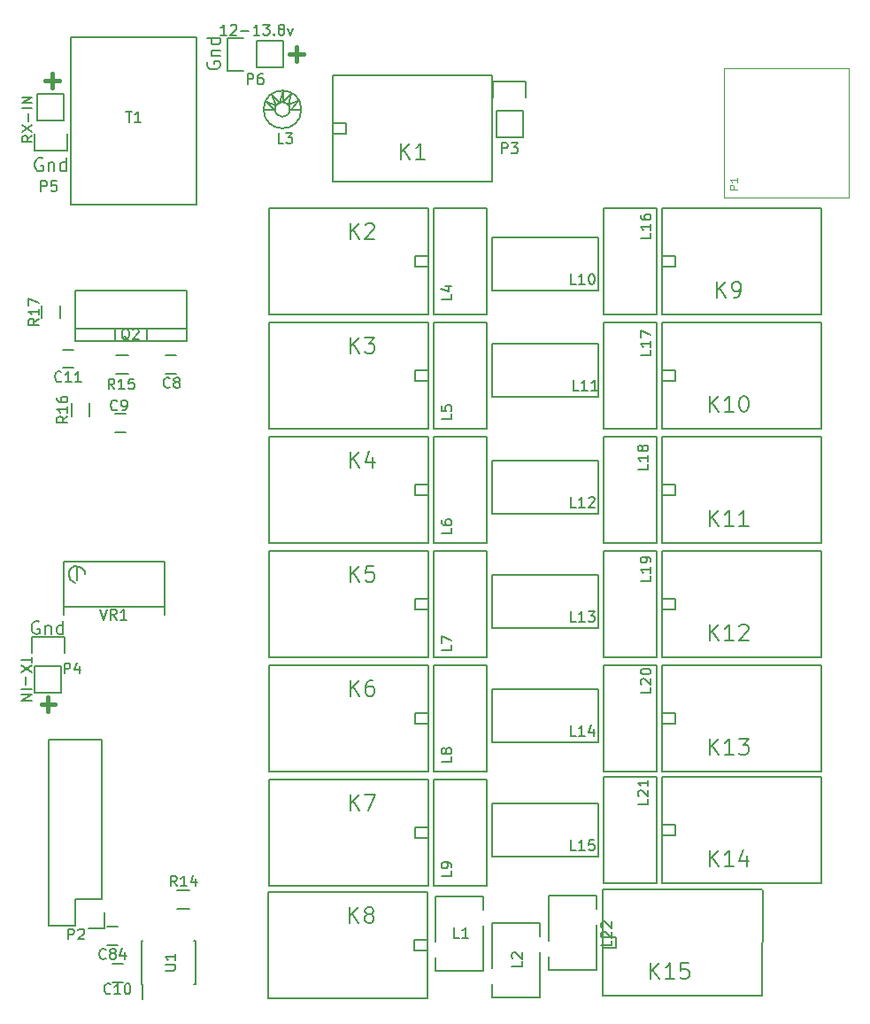
<source format=gto>
G04 #@! TF.FileFunction,Legend,Top*
%FSLAX46Y46*%
G04 Gerber Fmt 4.6, Leading zero omitted, Abs format (unit mm)*
G04 Created by KiCad (PCBNEW 4.0.1-stable) date 30/05/2016 07:23:45*
%MOMM*%
G01*
G04 APERTURE LIST*
%ADD10C,0.100000*%
%ADD11C,0.150000*%
%ADD12C,0.437500*%
G04 APERTURE END LIST*
D10*
D11*
X116925429Y-96466500D02*
X116806381Y-96406976D01*
X116627810Y-96406976D01*
X116449238Y-96466500D01*
X116330191Y-96585548D01*
X116270667Y-96704595D01*
X116211143Y-96942690D01*
X116211143Y-97121262D01*
X116270667Y-97359357D01*
X116330191Y-97478405D01*
X116449238Y-97597452D01*
X116627810Y-97656976D01*
X116746858Y-97656976D01*
X116925429Y-97597452D01*
X116984953Y-97537929D01*
X116984953Y-97121262D01*
X116746858Y-97121262D01*
X117520667Y-96823643D02*
X117520667Y-97656976D01*
X117520667Y-96942690D02*
X117580191Y-96883167D01*
X117699238Y-96823643D01*
X117877810Y-96823643D01*
X117996858Y-96883167D01*
X118056381Y-97002214D01*
X118056381Y-97656976D01*
X119187333Y-97656976D02*
X119187333Y-96406976D01*
X119187333Y-97597452D02*
X119068286Y-97656976D01*
X118830190Y-97656976D01*
X118711143Y-97597452D01*
X118651619Y-97537929D01*
X118592095Y-97418881D01*
X118592095Y-97061738D01*
X118651619Y-96942690D01*
X118711143Y-96883167D01*
X118830190Y-96823643D01*
X119068286Y-96823643D01*
X119187333Y-96883167D01*
X116276381Y-49998118D02*
X115800190Y-50331452D01*
X116276381Y-50569547D02*
X115276381Y-50569547D01*
X115276381Y-50188594D01*
X115324000Y-50093356D01*
X115371619Y-50045737D01*
X115466857Y-49998118D01*
X115609714Y-49998118D01*
X115704952Y-50045737D01*
X115752571Y-50093356D01*
X115800190Y-50188594D01*
X115800190Y-50569547D01*
X115276381Y-49664785D02*
X116276381Y-48998118D01*
X115276381Y-48998118D02*
X116276381Y-49664785D01*
X115895429Y-48617166D02*
X115895429Y-47855261D01*
X116276381Y-47379071D02*
X115276381Y-47379071D01*
X116276381Y-46902881D02*
X115276381Y-46902881D01*
X116276381Y-46331452D01*
X115276381Y-46331452D01*
X134874358Y-40393881D02*
X134302929Y-40393881D01*
X134588643Y-40393881D02*
X134588643Y-39393881D01*
X134493405Y-39536738D01*
X134398167Y-39631976D01*
X134302929Y-39679595D01*
X135255310Y-39489119D02*
X135302929Y-39441500D01*
X135398167Y-39393881D01*
X135636263Y-39393881D01*
X135731501Y-39441500D01*
X135779120Y-39489119D01*
X135826739Y-39584357D01*
X135826739Y-39679595D01*
X135779120Y-39822452D01*
X135207691Y-40393881D01*
X135826739Y-40393881D01*
X136255310Y-40012929D02*
X137017215Y-40012929D01*
X138017215Y-40393881D02*
X137445786Y-40393881D01*
X137731500Y-40393881D02*
X137731500Y-39393881D01*
X137636262Y-39536738D01*
X137541024Y-39631976D01*
X137445786Y-39679595D01*
X138350548Y-39393881D02*
X138969596Y-39393881D01*
X138636262Y-39774833D01*
X138779120Y-39774833D01*
X138874358Y-39822452D01*
X138921977Y-39870071D01*
X138969596Y-39965310D01*
X138969596Y-40203405D01*
X138921977Y-40298643D01*
X138874358Y-40346262D01*
X138779120Y-40393881D01*
X138493405Y-40393881D01*
X138398167Y-40346262D01*
X138350548Y-40298643D01*
X139398167Y-40298643D02*
X139445786Y-40346262D01*
X139398167Y-40393881D01*
X139350548Y-40346262D01*
X139398167Y-40298643D01*
X139398167Y-40393881D01*
X140017214Y-39822452D02*
X139921976Y-39774833D01*
X139874357Y-39727214D01*
X139826738Y-39631976D01*
X139826738Y-39584357D01*
X139874357Y-39489119D01*
X139921976Y-39441500D01*
X140017214Y-39393881D01*
X140207691Y-39393881D01*
X140302929Y-39441500D01*
X140350548Y-39489119D01*
X140398167Y-39584357D01*
X140398167Y-39631976D01*
X140350548Y-39727214D01*
X140302929Y-39774833D01*
X140207691Y-39822452D01*
X140017214Y-39822452D01*
X139921976Y-39870071D01*
X139874357Y-39917690D01*
X139826738Y-40012929D01*
X139826738Y-40203405D01*
X139874357Y-40298643D01*
X139921976Y-40346262D01*
X140017214Y-40393881D01*
X140207691Y-40393881D01*
X140302929Y-40346262D01*
X140350548Y-40298643D01*
X140398167Y-40203405D01*
X140398167Y-40012929D01*
X140350548Y-39917690D01*
X140302929Y-39870071D01*
X140207691Y-39822452D01*
X140731500Y-39727214D02*
X140969595Y-40393881D01*
X141207691Y-39727214D01*
X116244619Y-99838143D02*
X116244619Y-100409572D01*
X115244619Y-100123857D02*
X116244619Y-100123857D01*
X116244619Y-100647667D02*
X115244619Y-101314334D01*
X116244619Y-101314334D02*
X115244619Y-100647667D01*
X115625571Y-101695286D02*
X115625571Y-102457191D01*
X115244619Y-102933381D02*
X116244619Y-102933381D01*
X115244619Y-103409571D02*
X116244619Y-103409571D01*
X115244619Y-103981000D01*
X116244619Y-103981000D01*
X117242929Y-52207000D02*
X117123881Y-52147476D01*
X116945310Y-52147476D01*
X116766738Y-52207000D01*
X116647691Y-52326048D01*
X116588167Y-52445095D01*
X116528643Y-52683190D01*
X116528643Y-52861762D01*
X116588167Y-53099857D01*
X116647691Y-53218905D01*
X116766738Y-53337952D01*
X116945310Y-53397476D01*
X117064358Y-53397476D01*
X117242929Y-53337952D01*
X117302453Y-53278429D01*
X117302453Y-52861762D01*
X117064358Y-52861762D01*
X117838167Y-52564143D02*
X117838167Y-53397476D01*
X117838167Y-52683190D02*
X117897691Y-52623667D01*
X118016738Y-52564143D01*
X118195310Y-52564143D01*
X118314358Y-52623667D01*
X118373881Y-52742714D01*
X118373881Y-53397476D01*
X119504833Y-53397476D02*
X119504833Y-52147476D01*
X119504833Y-53337952D02*
X119385786Y-53397476D01*
X119147690Y-53397476D01*
X119028643Y-53337952D01*
X118969119Y-53278429D01*
X118909595Y-53159381D01*
X118909595Y-52802238D01*
X118969119Y-52683190D01*
X119028643Y-52623667D01*
X119147690Y-52564143D01*
X119385786Y-52564143D01*
X119504833Y-52623667D01*
X133042500Y-42967571D02*
X132982976Y-43086619D01*
X132982976Y-43265190D01*
X133042500Y-43443762D01*
X133161548Y-43562809D01*
X133280595Y-43622333D01*
X133518690Y-43681857D01*
X133697262Y-43681857D01*
X133935357Y-43622333D01*
X134054405Y-43562809D01*
X134173452Y-43443762D01*
X134232976Y-43265190D01*
X134232976Y-43146142D01*
X134173452Y-42967571D01*
X134113929Y-42908047D01*
X133697262Y-42908047D01*
X133697262Y-43146142D01*
X133399643Y-42372333D02*
X134232976Y-42372333D01*
X133518690Y-42372333D02*
X133459167Y-42312809D01*
X133399643Y-42193762D01*
X133399643Y-42015190D01*
X133459167Y-41896142D01*
X133578214Y-41836619D01*
X134232976Y-41836619D01*
X134232976Y-40705667D02*
X132982976Y-40705667D01*
X134173452Y-40705667D02*
X134232976Y-40824714D01*
X134232976Y-41062810D01*
X134173452Y-41181857D01*
X134113929Y-41241381D01*
X133994881Y-41300905D01*
X133637738Y-41300905D01*
X133518690Y-41241381D01*
X133459167Y-41181857D01*
X133399643Y-41062810D01*
X133399643Y-40824714D01*
X133459167Y-40705667D01*
D12*
X117125834Y-104328500D02*
X118459167Y-104328500D01*
X117792500Y-104995167D02*
X117792500Y-103661833D01*
X117506834Y-44765500D02*
X118840167Y-44765500D01*
X118173500Y-45432167D02*
X118173500Y-44098833D01*
X140874834Y-42225500D02*
X142208167Y-42225500D01*
X141541500Y-42892167D02*
X141541500Y-41558833D01*
D11*
X164846000Y-126492000D02*
X164846000Y-125222000D01*
X164846000Y-125222000D02*
X160274000Y-125222000D01*
X160274000Y-125222000D02*
X160274000Y-129540000D01*
X160274000Y-131064000D02*
X160274000Y-132334000D01*
X160274000Y-132334000D02*
X164846000Y-132334000D01*
X164846000Y-132334000D02*
X164846000Y-128016000D01*
X130040000Y-71032000D02*
X129040000Y-71032000D01*
X129040000Y-72732000D02*
X130040000Y-72732000D01*
X124214000Y-78320000D02*
X125214000Y-78320000D01*
X125214000Y-76620000D02*
X124214000Y-76620000D01*
X124960000Y-129198000D02*
X123960000Y-129198000D01*
X123960000Y-130898000D02*
X124960000Y-130898000D01*
X120197500Y-70460500D02*
X119197500Y-70460500D01*
X119197500Y-72160500D02*
X120197500Y-72160500D01*
D10*
X192024000Y-55930000D02*
X182424000Y-55930000D01*
X182424000Y-55930000D02*
X182424000Y-43530000D01*
X182424000Y-43530000D02*
X194424000Y-43530000D01*
X194424000Y-43530000D02*
X194424000Y-55930000D01*
X194424000Y-55930000D02*
X192024000Y-55930000D01*
D11*
X120523000Y-91186000D02*
X120523000Y-92456000D01*
X121310400Y-91935300D02*
X121272300Y-91681300D01*
X121272300Y-91681300D02*
X121094500Y-91401900D01*
X121094500Y-91401900D02*
X120777000Y-91186000D01*
X120777000Y-91186000D02*
X120332500Y-91173300D01*
X120332500Y-91173300D02*
X119976900Y-91376500D01*
X119976900Y-91376500D02*
X119799100Y-91668600D01*
X119799100Y-91668600D02*
X119748300Y-91986100D01*
X119748300Y-91986100D02*
X119849900Y-92392500D01*
X119849900Y-92392500D02*
X120192800Y-92646500D01*
X120192800Y-92646500D02*
X120370600Y-92735400D01*
X128905000Y-94996000D02*
X119253000Y-94996000D01*
X119253000Y-91948000D02*
X119253000Y-90678000D01*
X119253000Y-90678000D02*
X128905000Y-90678000D01*
X128905000Y-90678000D02*
X128905000Y-95758000D01*
X119253000Y-95758000D02*
X119253000Y-93218000D01*
X119253000Y-93218000D02*
X119253000Y-91948000D01*
X119062500Y-100711000D02*
X119062500Y-103251000D01*
X119342500Y-97891000D02*
X119342500Y-99441000D01*
X119062500Y-100711000D02*
X116522500Y-100711000D01*
X116242500Y-99441000D02*
X116242500Y-97891000D01*
X116242500Y-97891000D02*
X119342500Y-97891000D01*
X116522500Y-100711000D02*
X116522500Y-103251000D01*
X116522500Y-103251000D02*
X119062500Y-103251000D01*
X125441000Y-72757000D02*
X124241000Y-72757000D01*
X124241000Y-71007000D02*
X125441000Y-71007000D01*
X120029000Y-76800000D02*
X120029000Y-75600000D01*
X121779000Y-75600000D02*
X121779000Y-76800000D01*
X145288000Y-48768000D02*
X145034000Y-48768000D01*
X145034000Y-49784000D02*
X146304000Y-49784000D01*
X146304000Y-49784000D02*
X146304000Y-48768000D01*
X146304000Y-48768000D02*
X145288000Y-48768000D01*
X160274000Y-44196000D02*
X145034000Y-44196000D01*
X145034000Y-44196000D02*
X145034000Y-54356000D01*
X145034000Y-54356000D02*
X160274000Y-54356000D01*
X160274000Y-54356000D02*
X160286000Y-44244000D01*
X153924000Y-62484000D02*
X154178000Y-62484000D01*
X154178000Y-61468000D02*
X152908000Y-61468000D01*
X152908000Y-61468000D02*
X152908000Y-62484000D01*
X152908000Y-62484000D02*
X153924000Y-62484000D01*
X138938000Y-67056000D02*
X154178000Y-67056000D01*
X154178000Y-67056000D02*
X154178000Y-56896000D01*
X154178000Y-56896000D02*
X138938000Y-56896000D01*
X138938000Y-56896000D02*
X138926000Y-67008000D01*
X153924000Y-73406000D02*
X154178000Y-73406000D01*
X154178000Y-72390000D02*
X152908000Y-72390000D01*
X152908000Y-72390000D02*
X152908000Y-73406000D01*
X152908000Y-73406000D02*
X153924000Y-73406000D01*
X138938000Y-77978000D02*
X154178000Y-77978000D01*
X154178000Y-77978000D02*
X154178000Y-67818000D01*
X154178000Y-67818000D02*
X138938000Y-67818000D01*
X138938000Y-67818000D02*
X138926000Y-77930000D01*
X153924000Y-84328000D02*
X154178000Y-84328000D01*
X154178000Y-83312000D02*
X152908000Y-83312000D01*
X152908000Y-83312000D02*
X152908000Y-84328000D01*
X152908000Y-84328000D02*
X153924000Y-84328000D01*
X138938000Y-88900000D02*
X154178000Y-88900000D01*
X154178000Y-88900000D02*
X154178000Y-78740000D01*
X154178000Y-78740000D02*
X138938000Y-78740000D01*
X138938000Y-78740000D02*
X138926000Y-88852000D01*
X153924000Y-95250000D02*
X154178000Y-95250000D01*
X154178000Y-94234000D02*
X152908000Y-94234000D01*
X152908000Y-94234000D02*
X152908000Y-95250000D01*
X152908000Y-95250000D02*
X153924000Y-95250000D01*
X138938000Y-99822000D02*
X154178000Y-99822000D01*
X154178000Y-99822000D02*
X154178000Y-89662000D01*
X154178000Y-89662000D02*
X138938000Y-89662000D01*
X138938000Y-89662000D02*
X138926000Y-99774000D01*
X153924000Y-106172000D02*
X154178000Y-106172000D01*
X154178000Y-105156000D02*
X152908000Y-105156000D01*
X152908000Y-105156000D02*
X152908000Y-106172000D01*
X152908000Y-106172000D02*
X153924000Y-106172000D01*
X138938000Y-110744000D02*
X154178000Y-110744000D01*
X154178000Y-110744000D02*
X154178000Y-100584000D01*
X154178000Y-100584000D02*
X138938000Y-100584000D01*
X138938000Y-100584000D02*
X138926000Y-110696000D01*
X153924000Y-117094000D02*
X154178000Y-117094000D01*
X154178000Y-116078000D02*
X152908000Y-116078000D01*
X152908000Y-116078000D02*
X152908000Y-117094000D01*
X152908000Y-117094000D02*
X153924000Y-117094000D01*
X138938000Y-121666000D02*
X154178000Y-121666000D01*
X154178000Y-121666000D02*
X154178000Y-111506000D01*
X154178000Y-111506000D02*
X138938000Y-111506000D01*
X138938000Y-111506000D02*
X138926000Y-121618000D01*
X153860500Y-127889000D02*
X154114500Y-127889000D01*
X154114500Y-126873000D02*
X152844500Y-126873000D01*
X152844500Y-126873000D02*
X152844500Y-127889000D01*
X152844500Y-127889000D02*
X153860500Y-127889000D01*
X138874500Y-132461000D02*
X154114500Y-132461000D01*
X154114500Y-132461000D02*
X154114500Y-122301000D01*
X154114500Y-122301000D02*
X138874500Y-122301000D01*
X138874500Y-122301000D02*
X138862500Y-132413000D01*
X176784000Y-61468000D02*
X176530000Y-61468000D01*
X176530000Y-62484000D02*
X177800000Y-62484000D01*
X177800000Y-62484000D02*
X177800000Y-61468000D01*
X177800000Y-61468000D02*
X176784000Y-61468000D01*
X191770000Y-56896000D02*
X176530000Y-56896000D01*
X176530000Y-56896000D02*
X176530000Y-67056000D01*
X176530000Y-67056000D02*
X191770000Y-67056000D01*
X191770000Y-67056000D02*
X191782000Y-56944000D01*
X176784000Y-72390000D02*
X176530000Y-72390000D01*
X176530000Y-73406000D02*
X177800000Y-73406000D01*
X177800000Y-73406000D02*
X177800000Y-72390000D01*
X177800000Y-72390000D02*
X176784000Y-72390000D01*
X191770000Y-67818000D02*
X176530000Y-67818000D01*
X176530000Y-67818000D02*
X176530000Y-77978000D01*
X176530000Y-77978000D02*
X191770000Y-77978000D01*
X191770000Y-77978000D02*
X191782000Y-67866000D01*
X176784000Y-83312000D02*
X176530000Y-83312000D01*
X176530000Y-84328000D02*
X177800000Y-84328000D01*
X177800000Y-84328000D02*
X177800000Y-83312000D01*
X177800000Y-83312000D02*
X176784000Y-83312000D01*
X191770000Y-78740000D02*
X176530000Y-78740000D01*
X176530000Y-78740000D02*
X176530000Y-88900000D01*
X176530000Y-88900000D02*
X191770000Y-88900000D01*
X191770000Y-88900000D02*
X191782000Y-78788000D01*
X176784000Y-94234000D02*
X176530000Y-94234000D01*
X176530000Y-95250000D02*
X177800000Y-95250000D01*
X177800000Y-95250000D02*
X177800000Y-94234000D01*
X177800000Y-94234000D02*
X176784000Y-94234000D01*
X191770000Y-89662000D02*
X176530000Y-89662000D01*
X176530000Y-89662000D02*
X176530000Y-99822000D01*
X176530000Y-99822000D02*
X191770000Y-99822000D01*
X191770000Y-99822000D02*
X191782000Y-89710000D01*
X176784000Y-105156000D02*
X176530000Y-105156000D01*
X176530000Y-106172000D02*
X177800000Y-106172000D01*
X177800000Y-106172000D02*
X177800000Y-105156000D01*
X177800000Y-105156000D02*
X176784000Y-105156000D01*
X191770000Y-100584000D02*
X176530000Y-100584000D01*
X176530000Y-100584000D02*
X176530000Y-110744000D01*
X176530000Y-110744000D02*
X191770000Y-110744000D01*
X191770000Y-110744000D02*
X191782000Y-100632000D01*
X176784000Y-115824000D02*
X176530000Y-115824000D01*
X176530000Y-116840000D02*
X177800000Y-116840000D01*
X177800000Y-116840000D02*
X177800000Y-115824000D01*
X177800000Y-115824000D02*
X176784000Y-115824000D01*
X191770000Y-111252000D02*
X176530000Y-111252000D01*
X176530000Y-111252000D02*
X176530000Y-121412000D01*
X176530000Y-121412000D02*
X191770000Y-121412000D01*
X191770000Y-121412000D02*
X191782000Y-111300000D01*
X116776500Y-48577500D02*
X116776500Y-46037500D01*
X116496500Y-51397500D02*
X116496500Y-49847500D01*
X116776500Y-48577500D02*
X119316500Y-48577500D01*
X119596500Y-49847500D02*
X119596500Y-51397500D01*
X119596500Y-51397500D02*
X116496500Y-51397500D01*
X119316500Y-48577500D02*
X119316500Y-46037500D01*
X119316500Y-46037500D02*
X116776500Y-46037500D01*
X137731500Y-40957500D02*
X140271500Y-40957500D01*
X134911500Y-40677500D02*
X136461500Y-40677500D01*
X137731500Y-40957500D02*
X137731500Y-43497500D01*
X136461500Y-43777500D02*
X134911500Y-43777500D01*
X134911500Y-43777500D02*
X134911500Y-40677500D01*
X137731500Y-43497500D02*
X140271500Y-43497500D01*
X140271500Y-43497500D02*
X140271500Y-40957500D01*
X117171500Y-67465500D02*
X117171500Y-66265500D01*
X118921500Y-66265500D02*
X118921500Y-67465500D01*
X119984000Y-56636000D02*
X119984000Y-40636000D01*
X119984000Y-40636000D02*
X131984000Y-40636000D01*
X131984000Y-40636000D02*
X131984000Y-56636000D01*
X131984000Y-56636000D02*
X119984000Y-56636000D01*
X154686000Y-60452000D02*
X154686000Y-63500000D01*
X159766000Y-60452000D02*
X159766000Y-63500000D01*
X154686000Y-56896000D02*
X154686000Y-60452000D01*
X159766000Y-56896000D02*
X159766000Y-60452000D01*
X154686000Y-64516000D02*
X154686000Y-63500000D01*
X159766000Y-64516000D02*
X159766000Y-63500000D01*
X154686000Y-67056000D02*
X154686000Y-64516000D01*
X159766000Y-67056000D02*
X159766000Y-64516000D01*
X154686000Y-67056000D02*
X159766000Y-67056000D01*
X159766000Y-56896000D02*
X154686000Y-56896000D01*
X154686000Y-71374000D02*
X154686000Y-74422000D01*
X159766000Y-71374000D02*
X159766000Y-74422000D01*
X154686000Y-67818000D02*
X154686000Y-71374000D01*
X159766000Y-67818000D02*
X159766000Y-71374000D01*
X154686000Y-75438000D02*
X154686000Y-74422000D01*
X159766000Y-75438000D02*
X159766000Y-74422000D01*
X154686000Y-77978000D02*
X154686000Y-75438000D01*
X159766000Y-77978000D02*
X159766000Y-75438000D01*
X154686000Y-77978000D02*
X159766000Y-77978000D01*
X159766000Y-67818000D02*
X154686000Y-67818000D01*
X154686000Y-82296000D02*
X154686000Y-85344000D01*
X159766000Y-82296000D02*
X159766000Y-85344000D01*
X154686000Y-78740000D02*
X154686000Y-82296000D01*
X159766000Y-78740000D02*
X159766000Y-82296000D01*
X154686000Y-86360000D02*
X154686000Y-85344000D01*
X159766000Y-86360000D02*
X159766000Y-85344000D01*
X154686000Y-88900000D02*
X154686000Y-86360000D01*
X159766000Y-88900000D02*
X159766000Y-86360000D01*
X154686000Y-88900000D02*
X159766000Y-88900000D01*
X159766000Y-78740000D02*
X154686000Y-78740000D01*
X154686000Y-93218000D02*
X154686000Y-96266000D01*
X159766000Y-93218000D02*
X159766000Y-96266000D01*
X154686000Y-89662000D02*
X154686000Y-93218000D01*
X159766000Y-89662000D02*
X159766000Y-93218000D01*
X154686000Y-97282000D02*
X154686000Y-96266000D01*
X159766000Y-97282000D02*
X159766000Y-96266000D01*
X154686000Y-99822000D02*
X154686000Y-97282000D01*
X159766000Y-99822000D02*
X159766000Y-97282000D01*
X154686000Y-99822000D02*
X159766000Y-99822000D01*
X159766000Y-89662000D02*
X154686000Y-89662000D01*
X154686000Y-104140000D02*
X154686000Y-107188000D01*
X159766000Y-104140000D02*
X159766000Y-107188000D01*
X154686000Y-100584000D02*
X154686000Y-104140000D01*
X159766000Y-100584000D02*
X159766000Y-104140000D01*
X154686000Y-108204000D02*
X154686000Y-107188000D01*
X159766000Y-108204000D02*
X159766000Y-107188000D01*
X154686000Y-110744000D02*
X154686000Y-108204000D01*
X159766000Y-110744000D02*
X159766000Y-108204000D01*
X154686000Y-110744000D02*
X159766000Y-110744000D01*
X159766000Y-100584000D02*
X154686000Y-100584000D01*
X154686000Y-115062000D02*
X154686000Y-118110000D01*
X159766000Y-115062000D02*
X159766000Y-118110000D01*
X154686000Y-111506000D02*
X154686000Y-115062000D01*
X159766000Y-111506000D02*
X159766000Y-115062000D01*
X154686000Y-119126000D02*
X154686000Y-118110000D01*
X159766000Y-119126000D02*
X159766000Y-118110000D01*
X154686000Y-121666000D02*
X154686000Y-119126000D01*
X159766000Y-121666000D02*
X159766000Y-119126000D01*
X154686000Y-121666000D02*
X159766000Y-121666000D01*
X159766000Y-111506000D02*
X154686000Y-111506000D01*
X163830000Y-64770000D02*
X166878000Y-64770000D01*
X163830000Y-59690000D02*
X166878000Y-59690000D01*
X160274000Y-64770000D02*
X163830000Y-64770000D01*
X160274000Y-59690000D02*
X163830000Y-59690000D01*
X167894000Y-64770000D02*
X166878000Y-64770000D01*
X167894000Y-59690000D02*
X166878000Y-59690000D01*
X170434000Y-64770000D02*
X167894000Y-64770000D01*
X170434000Y-59690000D02*
X167894000Y-59690000D01*
X170434000Y-64770000D02*
X170434000Y-59690000D01*
X160274000Y-59690000D02*
X160274000Y-64770000D01*
X163830000Y-74930000D02*
X166878000Y-74930000D01*
X163830000Y-69850000D02*
X166878000Y-69850000D01*
X160274000Y-74930000D02*
X163830000Y-74930000D01*
X160274000Y-69850000D02*
X163830000Y-69850000D01*
X167894000Y-74930000D02*
X166878000Y-74930000D01*
X167894000Y-69850000D02*
X166878000Y-69850000D01*
X170434000Y-74930000D02*
X167894000Y-74930000D01*
X170434000Y-69850000D02*
X167894000Y-69850000D01*
X170434000Y-74930000D02*
X170434000Y-69850000D01*
X160274000Y-69850000D02*
X160274000Y-74930000D01*
X163830000Y-86106000D02*
X166878000Y-86106000D01*
X163830000Y-81026000D02*
X166878000Y-81026000D01*
X160274000Y-86106000D02*
X163830000Y-86106000D01*
X160274000Y-81026000D02*
X163830000Y-81026000D01*
X167894000Y-86106000D02*
X166878000Y-86106000D01*
X167894000Y-81026000D02*
X166878000Y-81026000D01*
X170434000Y-86106000D02*
X167894000Y-86106000D01*
X170434000Y-81026000D02*
X167894000Y-81026000D01*
X170434000Y-86106000D02*
X170434000Y-81026000D01*
X160274000Y-81026000D02*
X160274000Y-86106000D01*
X163830000Y-97028000D02*
X166878000Y-97028000D01*
X163830000Y-91948000D02*
X166878000Y-91948000D01*
X160274000Y-97028000D02*
X163830000Y-97028000D01*
X160274000Y-91948000D02*
X163830000Y-91948000D01*
X167894000Y-97028000D02*
X166878000Y-97028000D01*
X167894000Y-91948000D02*
X166878000Y-91948000D01*
X170434000Y-97028000D02*
X167894000Y-97028000D01*
X170434000Y-91948000D02*
X167894000Y-91948000D01*
X170434000Y-97028000D02*
X170434000Y-91948000D01*
X160274000Y-91948000D02*
X160274000Y-97028000D01*
X163830000Y-107950000D02*
X166878000Y-107950000D01*
X163830000Y-102870000D02*
X166878000Y-102870000D01*
X160274000Y-107950000D02*
X163830000Y-107950000D01*
X160274000Y-102870000D02*
X163830000Y-102870000D01*
X167894000Y-107950000D02*
X166878000Y-107950000D01*
X167894000Y-102870000D02*
X166878000Y-102870000D01*
X170434000Y-107950000D02*
X167894000Y-107950000D01*
X170434000Y-102870000D02*
X167894000Y-102870000D01*
X170434000Y-107950000D02*
X170434000Y-102870000D01*
X160274000Y-102870000D02*
X160274000Y-107950000D01*
X163830000Y-118872000D02*
X166878000Y-118872000D01*
X163830000Y-113792000D02*
X166878000Y-113792000D01*
X160274000Y-118872000D02*
X163830000Y-118872000D01*
X160274000Y-113792000D02*
X163830000Y-113792000D01*
X167894000Y-118872000D02*
X166878000Y-118872000D01*
X167894000Y-113792000D02*
X166878000Y-113792000D01*
X170434000Y-118872000D02*
X167894000Y-118872000D01*
X170434000Y-113792000D02*
X167894000Y-113792000D01*
X170434000Y-118872000D02*
X170434000Y-113792000D01*
X160274000Y-113792000D02*
X160274000Y-118872000D01*
X170942000Y-60452000D02*
X170942000Y-63500000D01*
X176022000Y-60452000D02*
X176022000Y-63500000D01*
X170942000Y-56896000D02*
X170942000Y-60452000D01*
X176022000Y-56896000D02*
X176022000Y-60452000D01*
X170942000Y-64516000D02*
X170942000Y-63500000D01*
X176022000Y-64516000D02*
X176022000Y-63500000D01*
X170942000Y-67056000D02*
X170942000Y-64516000D01*
X176022000Y-67056000D02*
X176022000Y-64516000D01*
X170942000Y-67056000D02*
X176022000Y-67056000D01*
X176022000Y-56896000D02*
X170942000Y-56896000D01*
X170942000Y-71374000D02*
X170942000Y-74422000D01*
X176022000Y-71374000D02*
X176022000Y-74422000D01*
X170942000Y-67818000D02*
X170942000Y-71374000D01*
X176022000Y-67818000D02*
X176022000Y-71374000D01*
X170942000Y-75438000D02*
X170942000Y-74422000D01*
X176022000Y-75438000D02*
X176022000Y-74422000D01*
X170942000Y-77978000D02*
X170942000Y-75438000D01*
X176022000Y-77978000D02*
X176022000Y-75438000D01*
X170942000Y-77978000D02*
X176022000Y-77978000D01*
X176022000Y-67818000D02*
X170942000Y-67818000D01*
X170942000Y-82296000D02*
X170942000Y-85344000D01*
X176022000Y-82296000D02*
X176022000Y-85344000D01*
X170942000Y-78740000D02*
X170942000Y-82296000D01*
X176022000Y-78740000D02*
X176022000Y-82296000D01*
X170942000Y-86360000D02*
X170942000Y-85344000D01*
X176022000Y-86360000D02*
X176022000Y-85344000D01*
X170942000Y-88900000D02*
X170942000Y-86360000D01*
X176022000Y-88900000D02*
X176022000Y-86360000D01*
X170942000Y-88900000D02*
X176022000Y-88900000D01*
X176022000Y-78740000D02*
X170942000Y-78740000D01*
X170942000Y-93218000D02*
X170942000Y-96266000D01*
X176022000Y-93218000D02*
X176022000Y-96266000D01*
X170942000Y-89662000D02*
X170942000Y-93218000D01*
X176022000Y-89662000D02*
X176022000Y-93218000D01*
X170942000Y-97282000D02*
X170942000Y-96266000D01*
X176022000Y-97282000D02*
X176022000Y-96266000D01*
X170942000Y-99822000D02*
X170942000Y-97282000D01*
X176022000Y-99822000D02*
X176022000Y-97282000D01*
X170942000Y-99822000D02*
X176022000Y-99822000D01*
X176022000Y-89662000D02*
X170942000Y-89662000D01*
X170942000Y-104140000D02*
X170942000Y-107188000D01*
X176022000Y-104140000D02*
X176022000Y-107188000D01*
X170942000Y-100584000D02*
X170942000Y-104140000D01*
X176022000Y-100584000D02*
X176022000Y-104140000D01*
X170942000Y-108204000D02*
X170942000Y-107188000D01*
X176022000Y-108204000D02*
X176022000Y-107188000D01*
X170942000Y-110744000D02*
X170942000Y-108204000D01*
X176022000Y-110744000D02*
X176022000Y-108204000D01*
X170942000Y-110744000D02*
X176022000Y-110744000D01*
X176022000Y-100584000D02*
X170942000Y-100584000D01*
X170942000Y-114808000D02*
X170942000Y-117856000D01*
X176022000Y-114808000D02*
X176022000Y-117856000D01*
X170942000Y-111252000D02*
X170942000Y-114808000D01*
X176022000Y-111252000D02*
X176022000Y-114808000D01*
X170942000Y-118872000D02*
X170942000Y-117856000D01*
X176022000Y-118872000D02*
X176022000Y-117856000D01*
X170942000Y-121412000D02*
X170942000Y-118872000D01*
X176022000Y-121412000D02*
X176022000Y-118872000D01*
X170942000Y-121412000D02*
X176022000Y-121412000D01*
X176022000Y-111252000D02*
X170942000Y-111252000D01*
X142008860Y-47498000D02*
X141008100Y-47498000D01*
X141008100Y-47498000D02*
X141709140Y-46697900D01*
X141709140Y-46697900D02*
X140807440Y-46997620D01*
X140807440Y-46997620D02*
X141008100Y-45996860D01*
X141008100Y-45996860D02*
X140307060Y-46796960D01*
X140307060Y-46796960D02*
X140307060Y-45798740D01*
X140307060Y-45798740D02*
X139908280Y-46898560D01*
X139908280Y-46898560D02*
X139207240Y-46098460D01*
X139207240Y-46098460D02*
X139608560Y-47099220D01*
X139608560Y-47099220D02*
X138706860Y-46796960D01*
X138706860Y-46796960D02*
X139407900Y-47498000D01*
X139407900Y-47498000D02*
X138508740Y-47498000D01*
X140909040Y-47498000D02*
G75*
G03X140909040Y-47498000I-701040J0D01*
G01*
X142008860Y-47498000D02*
G75*
G03X142008860Y-47498000I-1800860J0D01*
G01*
X130146500Y-122124500D02*
X131346500Y-122124500D01*
X131346500Y-123874500D02*
X130146500Y-123874500D01*
X124452000Y-125642000D02*
X123452000Y-125642000D01*
X123452000Y-127342000D02*
X124452000Y-127342000D01*
X171132500Y-126619000D02*
X170878500Y-126619000D01*
X170878500Y-127635000D02*
X172148500Y-127635000D01*
X172148500Y-127635000D02*
X172148500Y-126619000D01*
X172148500Y-126619000D02*
X171132500Y-126619000D01*
X186118500Y-122047000D02*
X170878500Y-122047000D01*
X170878500Y-122047000D02*
X170878500Y-132207000D01*
X170878500Y-132207000D02*
X186118500Y-132207000D01*
X186118500Y-132207000D02*
X186130500Y-122095000D01*
X126711000Y-131107000D02*
X126856000Y-131107000D01*
X126711000Y-126957000D02*
X126856000Y-126957000D01*
X131861000Y-126957000D02*
X131716000Y-126957000D01*
X131861000Y-131107000D02*
X131716000Y-131107000D01*
X126711000Y-131107000D02*
X126711000Y-126957000D01*
X131861000Y-131107000D02*
X131861000Y-126957000D01*
X126856000Y-131107000D02*
X126856000Y-132507000D01*
X163195000Y-47625000D02*
X163195000Y-50165000D01*
X163475000Y-44805000D02*
X163475000Y-46355000D01*
X163195000Y-47625000D02*
X160655000Y-47625000D01*
X160375000Y-46355000D02*
X160375000Y-44805000D01*
X160375000Y-44805000D02*
X163475000Y-44805000D01*
X160655000Y-47625000D02*
X160655000Y-50165000D01*
X160655000Y-50165000D02*
X163195000Y-50165000D01*
X117856000Y-107696000D02*
X117856000Y-125476000D01*
X122936000Y-122936000D02*
X122936000Y-107696000D01*
X117856000Y-107696000D02*
X122936000Y-107696000D01*
X117856000Y-125476000D02*
X120396000Y-125476000D01*
X121666000Y-125756000D02*
X123216000Y-125756000D01*
X120396000Y-125476000D02*
X120396000Y-122936000D01*
X120396000Y-122936000D02*
X122936000Y-122936000D01*
X123216000Y-125756000D02*
X123216000Y-124206000D01*
X127254000Y-69596000D02*
X127254000Y-68453000D01*
X124206000Y-69596000D02*
X124206000Y-68453000D01*
X120396000Y-68453000D02*
X120396000Y-64770000D01*
X120396000Y-64770000D02*
X131064000Y-64770000D01*
X131064000Y-64770000D02*
X131064000Y-68453000D01*
X120396000Y-69596000D02*
X120396000Y-68453000D01*
X120396000Y-68453000D02*
X131064000Y-68453000D01*
X131064000Y-68453000D02*
X131064000Y-69596000D01*
X125730000Y-69596000D02*
X131064000Y-69596000D01*
X125730000Y-69596000D02*
X120396000Y-69596000D01*
X154876500Y-128524000D02*
X154876500Y-129794000D01*
X154876500Y-129794000D02*
X159448500Y-129794000D01*
X159448500Y-129794000D02*
X159448500Y-125476000D01*
X159448500Y-123952000D02*
X159448500Y-122682000D01*
X159448500Y-122682000D02*
X154876500Y-122682000D01*
X154876500Y-122682000D02*
X154876500Y-127000000D01*
X170243500Y-123888500D02*
X170243500Y-122618500D01*
X170243500Y-122618500D02*
X165671500Y-122618500D01*
X165671500Y-122618500D02*
X165671500Y-126936500D01*
X165671500Y-128460500D02*
X165671500Y-129730500D01*
X165671500Y-129730500D02*
X170243500Y-129730500D01*
X170243500Y-129730500D02*
X170243500Y-125412500D01*
X163139381Y-128944666D02*
X163139381Y-129420857D01*
X162139381Y-129420857D01*
X162234619Y-128658952D02*
X162187000Y-128611333D01*
X162139381Y-128516095D01*
X162139381Y-128277999D01*
X162187000Y-128182761D01*
X162234619Y-128135142D01*
X162329857Y-128087523D01*
X162425095Y-128087523D01*
X162567952Y-128135142D01*
X163139381Y-128706571D01*
X163139381Y-128087523D01*
X129436834Y-74017143D02*
X129389215Y-74064762D01*
X129246358Y-74112381D01*
X129151120Y-74112381D01*
X129008262Y-74064762D01*
X128913024Y-73969524D01*
X128865405Y-73874286D01*
X128817786Y-73683810D01*
X128817786Y-73540952D01*
X128865405Y-73350476D01*
X128913024Y-73255238D01*
X129008262Y-73160000D01*
X129151120Y-73112381D01*
X129246358Y-73112381D01*
X129389215Y-73160000D01*
X129436834Y-73207619D01*
X130008262Y-73540952D02*
X129913024Y-73493333D01*
X129865405Y-73445714D01*
X129817786Y-73350476D01*
X129817786Y-73302857D01*
X129865405Y-73207619D01*
X129913024Y-73160000D01*
X130008262Y-73112381D01*
X130198739Y-73112381D01*
X130293977Y-73160000D01*
X130341596Y-73207619D01*
X130389215Y-73302857D01*
X130389215Y-73350476D01*
X130341596Y-73445714D01*
X130293977Y-73493333D01*
X130198739Y-73540952D01*
X130008262Y-73540952D01*
X129913024Y-73588571D01*
X129865405Y-73636190D01*
X129817786Y-73731429D01*
X129817786Y-73921905D01*
X129865405Y-74017143D01*
X129913024Y-74064762D01*
X130008262Y-74112381D01*
X130198739Y-74112381D01*
X130293977Y-74064762D01*
X130341596Y-74017143D01*
X130389215Y-73921905D01*
X130389215Y-73731429D01*
X130341596Y-73636190D01*
X130293977Y-73588571D01*
X130198739Y-73540952D01*
X124397334Y-76177143D02*
X124349715Y-76224762D01*
X124206858Y-76272381D01*
X124111620Y-76272381D01*
X123968762Y-76224762D01*
X123873524Y-76129524D01*
X123825905Y-76034286D01*
X123778286Y-75843810D01*
X123778286Y-75700952D01*
X123825905Y-75510476D01*
X123873524Y-75415238D01*
X123968762Y-75320000D01*
X124111620Y-75272381D01*
X124206858Y-75272381D01*
X124349715Y-75320000D01*
X124397334Y-75367619D01*
X124873524Y-76272381D02*
X125064000Y-76272381D01*
X125159239Y-76224762D01*
X125206858Y-76177143D01*
X125302096Y-76034286D01*
X125349715Y-75843810D01*
X125349715Y-75462857D01*
X125302096Y-75367619D01*
X125254477Y-75320000D01*
X125159239Y-75272381D01*
X124968762Y-75272381D01*
X124873524Y-75320000D01*
X124825905Y-75367619D01*
X124778286Y-75462857D01*
X124778286Y-75700952D01*
X124825905Y-75796190D01*
X124873524Y-75843810D01*
X124968762Y-75891429D01*
X125159239Y-75891429D01*
X125254477Y-75843810D01*
X125302096Y-75796190D01*
X125349715Y-75700952D01*
X123767143Y-131955143D02*
X123719524Y-132002762D01*
X123576667Y-132050381D01*
X123481429Y-132050381D01*
X123338571Y-132002762D01*
X123243333Y-131907524D01*
X123195714Y-131812286D01*
X123148095Y-131621810D01*
X123148095Y-131478952D01*
X123195714Y-131288476D01*
X123243333Y-131193238D01*
X123338571Y-131098000D01*
X123481429Y-131050381D01*
X123576667Y-131050381D01*
X123719524Y-131098000D01*
X123767143Y-131145619D01*
X124719524Y-132050381D02*
X124148095Y-132050381D01*
X124433809Y-132050381D02*
X124433809Y-131050381D01*
X124338571Y-131193238D01*
X124243333Y-131288476D01*
X124148095Y-131336095D01*
X125338571Y-131050381D02*
X125433810Y-131050381D01*
X125529048Y-131098000D01*
X125576667Y-131145619D01*
X125624286Y-131240857D01*
X125671905Y-131431333D01*
X125671905Y-131669429D01*
X125624286Y-131859905D01*
X125576667Y-131955143D01*
X125529048Y-132002762D01*
X125433810Y-132050381D01*
X125338571Y-132050381D01*
X125243333Y-132002762D01*
X125195714Y-131955143D01*
X125148095Y-131859905D01*
X125100476Y-131669429D01*
X125100476Y-131431333D01*
X125148095Y-131240857D01*
X125195714Y-131145619D01*
X125243333Y-131098000D01*
X125338571Y-131050381D01*
X119054643Y-73445643D02*
X119007024Y-73493262D01*
X118864167Y-73540881D01*
X118768929Y-73540881D01*
X118626071Y-73493262D01*
X118530833Y-73398024D01*
X118483214Y-73302786D01*
X118435595Y-73112310D01*
X118435595Y-72969452D01*
X118483214Y-72778976D01*
X118530833Y-72683738D01*
X118626071Y-72588500D01*
X118768929Y-72540881D01*
X118864167Y-72540881D01*
X119007024Y-72588500D01*
X119054643Y-72636119D01*
X120007024Y-73540881D02*
X119435595Y-73540881D01*
X119721309Y-73540881D02*
X119721309Y-72540881D01*
X119626071Y-72683738D01*
X119530833Y-72778976D01*
X119435595Y-72826595D01*
X120959405Y-73540881D02*
X120387976Y-73540881D01*
X120673690Y-73540881D02*
X120673690Y-72540881D01*
X120578452Y-72683738D01*
X120483214Y-72778976D01*
X120387976Y-72826595D01*
D10*
X183704667Y-55126666D02*
X183004667Y-55126666D01*
X183004667Y-54860000D01*
X183038000Y-54793333D01*
X183071333Y-54760000D01*
X183138000Y-54726666D01*
X183238000Y-54726666D01*
X183304667Y-54760000D01*
X183338000Y-54793333D01*
X183371333Y-54860000D01*
X183371333Y-55126666D01*
X183704667Y-54060000D02*
X183704667Y-54460000D01*
X183704667Y-54260000D02*
X183004667Y-54260000D01*
X183104667Y-54326666D01*
X183171333Y-54393333D01*
X183204667Y-54460000D01*
D11*
X122769476Y-95273881D02*
X123102809Y-96273881D01*
X123436143Y-95273881D01*
X124340905Y-96273881D02*
X124007571Y-95797690D01*
X123769476Y-96273881D02*
X123769476Y-95273881D01*
X124150429Y-95273881D01*
X124245667Y-95321500D01*
X124293286Y-95369119D01*
X124340905Y-95464357D01*
X124340905Y-95607214D01*
X124293286Y-95702452D01*
X124245667Y-95750071D01*
X124150429Y-95797690D01*
X123769476Y-95797690D01*
X125293286Y-96273881D02*
X124721857Y-96273881D01*
X125007571Y-96273881D02*
X125007571Y-95273881D01*
X124912333Y-95416738D01*
X124817095Y-95511976D01*
X124721857Y-95559595D01*
X119340405Y-101417381D02*
X119340405Y-100417381D01*
X119721358Y-100417381D01*
X119816596Y-100465000D01*
X119864215Y-100512619D01*
X119911834Y-100607857D01*
X119911834Y-100750714D01*
X119864215Y-100845952D01*
X119816596Y-100893571D01*
X119721358Y-100941190D01*
X119340405Y-100941190D01*
X120768977Y-100750714D02*
X120768977Y-101417381D01*
X120530881Y-100369762D02*
X120292786Y-101084048D01*
X120911834Y-101084048D01*
X124134643Y-74239381D02*
X123801309Y-73763190D01*
X123563214Y-74239381D02*
X123563214Y-73239381D01*
X123944167Y-73239381D01*
X124039405Y-73287000D01*
X124087024Y-73334619D01*
X124134643Y-73429857D01*
X124134643Y-73572714D01*
X124087024Y-73667952D01*
X124039405Y-73715571D01*
X123944167Y-73763190D01*
X123563214Y-73763190D01*
X125087024Y-74239381D02*
X124515595Y-74239381D01*
X124801309Y-74239381D02*
X124801309Y-73239381D01*
X124706071Y-73382238D01*
X124610833Y-73477476D01*
X124515595Y-73525095D01*
X125991786Y-73239381D02*
X125515595Y-73239381D01*
X125467976Y-73715571D01*
X125515595Y-73667952D01*
X125610833Y-73620333D01*
X125848929Y-73620333D01*
X125944167Y-73667952D01*
X125991786Y-73715571D01*
X126039405Y-73810810D01*
X126039405Y-74048905D01*
X125991786Y-74144143D01*
X125944167Y-74191762D01*
X125848929Y-74239381D01*
X125610833Y-74239381D01*
X125515595Y-74191762D01*
X125467976Y-74144143D01*
X119641881Y-76842857D02*
X119165690Y-77176191D01*
X119641881Y-77414286D02*
X118641881Y-77414286D01*
X118641881Y-77033333D01*
X118689500Y-76938095D01*
X118737119Y-76890476D01*
X118832357Y-76842857D01*
X118975214Y-76842857D01*
X119070452Y-76890476D01*
X119118071Y-76938095D01*
X119165690Y-77033333D01*
X119165690Y-77414286D01*
X119641881Y-75890476D02*
X119641881Y-76461905D01*
X119641881Y-76176191D02*
X118641881Y-76176191D01*
X118784738Y-76271429D01*
X118879976Y-76366667D01*
X118927595Y-76461905D01*
X118641881Y-75033333D02*
X118641881Y-75223810D01*
X118689500Y-75319048D01*
X118737119Y-75366667D01*
X118879976Y-75461905D01*
X119070452Y-75509524D01*
X119451405Y-75509524D01*
X119546643Y-75461905D01*
X119594262Y-75414286D01*
X119641881Y-75319048D01*
X119641881Y-75128571D01*
X119594262Y-75033333D01*
X119546643Y-74985714D01*
X119451405Y-74938095D01*
X119213310Y-74938095D01*
X119118071Y-74985714D01*
X119070452Y-75033333D01*
X119022833Y-75128571D01*
X119022833Y-75319048D01*
X119070452Y-75414286D01*
X119118071Y-75461905D01*
X119213310Y-75509524D01*
X151546858Y-52240571D02*
X151546858Y-50740571D01*
X152404001Y-52240571D02*
X151761144Y-51383429D01*
X152404001Y-50740571D02*
X151546858Y-51597714D01*
X153832572Y-52240571D02*
X152975429Y-52240571D01*
X153404001Y-52240571D02*
X153404001Y-50740571D01*
X153261144Y-50954857D01*
X153118286Y-51097714D01*
X152975429Y-51169143D01*
X146720858Y-59860571D02*
X146720858Y-58360571D01*
X147578001Y-59860571D02*
X146935144Y-59003429D01*
X147578001Y-58360571D02*
X146720858Y-59217714D01*
X148149429Y-58503429D02*
X148220858Y-58432000D01*
X148363715Y-58360571D01*
X148720858Y-58360571D01*
X148863715Y-58432000D01*
X148935144Y-58503429D01*
X149006572Y-58646286D01*
X149006572Y-58789143D01*
X148935144Y-59003429D01*
X148078001Y-59860571D01*
X149006572Y-59860571D01*
X146720858Y-70782571D02*
X146720858Y-69282571D01*
X147578001Y-70782571D02*
X146935144Y-69925429D01*
X147578001Y-69282571D02*
X146720858Y-70139714D01*
X148078001Y-69282571D02*
X149006572Y-69282571D01*
X148506572Y-69854000D01*
X148720858Y-69854000D01*
X148863715Y-69925429D01*
X148935144Y-69996857D01*
X149006572Y-70139714D01*
X149006572Y-70496857D01*
X148935144Y-70639714D01*
X148863715Y-70711143D01*
X148720858Y-70782571D01*
X148292286Y-70782571D01*
X148149429Y-70711143D01*
X148078001Y-70639714D01*
X146720858Y-81704571D02*
X146720858Y-80204571D01*
X147578001Y-81704571D02*
X146935144Y-80847429D01*
X147578001Y-80204571D02*
X146720858Y-81061714D01*
X148863715Y-80704571D02*
X148863715Y-81704571D01*
X148506572Y-80133143D02*
X148149429Y-81204571D01*
X149078001Y-81204571D01*
X146720858Y-92626571D02*
X146720858Y-91126571D01*
X147578001Y-92626571D02*
X146935144Y-91769429D01*
X147578001Y-91126571D02*
X146720858Y-91983714D01*
X148935144Y-91126571D02*
X148220858Y-91126571D01*
X148149429Y-91840857D01*
X148220858Y-91769429D01*
X148363715Y-91698000D01*
X148720858Y-91698000D01*
X148863715Y-91769429D01*
X148935144Y-91840857D01*
X149006572Y-91983714D01*
X149006572Y-92340857D01*
X148935144Y-92483714D01*
X148863715Y-92555143D01*
X148720858Y-92626571D01*
X148363715Y-92626571D01*
X148220858Y-92555143D01*
X148149429Y-92483714D01*
X146720858Y-103548571D02*
X146720858Y-102048571D01*
X147578001Y-103548571D02*
X146935144Y-102691429D01*
X147578001Y-102048571D02*
X146720858Y-102905714D01*
X148863715Y-102048571D02*
X148578001Y-102048571D01*
X148435144Y-102120000D01*
X148363715Y-102191429D01*
X148220858Y-102405714D01*
X148149429Y-102691429D01*
X148149429Y-103262857D01*
X148220858Y-103405714D01*
X148292286Y-103477143D01*
X148435144Y-103548571D01*
X148720858Y-103548571D01*
X148863715Y-103477143D01*
X148935144Y-103405714D01*
X149006572Y-103262857D01*
X149006572Y-102905714D01*
X148935144Y-102762857D01*
X148863715Y-102691429D01*
X148720858Y-102620000D01*
X148435144Y-102620000D01*
X148292286Y-102691429D01*
X148220858Y-102762857D01*
X148149429Y-102905714D01*
X146720858Y-114470571D02*
X146720858Y-112970571D01*
X147578001Y-114470571D02*
X146935144Y-113613429D01*
X147578001Y-112970571D02*
X146720858Y-113827714D01*
X148078001Y-112970571D02*
X149078001Y-112970571D01*
X148435144Y-114470571D01*
X146657358Y-125265571D02*
X146657358Y-123765571D01*
X147514501Y-125265571D02*
X146871644Y-124408429D01*
X147514501Y-123765571D02*
X146657358Y-124622714D01*
X148371644Y-124408429D02*
X148228786Y-124337000D01*
X148157358Y-124265571D01*
X148085929Y-124122714D01*
X148085929Y-124051286D01*
X148157358Y-123908429D01*
X148228786Y-123837000D01*
X148371644Y-123765571D01*
X148657358Y-123765571D01*
X148800215Y-123837000D01*
X148871644Y-123908429D01*
X148943072Y-124051286D01*
X148943072Y-124122714D01*
X148871644Y-124265571D01*
X148800215Y-124337000D01*
X148657358Y-124408429D01*
X148371644Y-124408429D01*
X148228786Y-124479857D01*
X148157358Y-124551286D01*
X148085929Y-124694143D01*
X148085929Y-124979857D01*
X148157358Y-125122714D01*
X148228786Y-125194143D01*
X148371644Y-125265571D01*
X148657358Y-125265571D01*
X148800215Y-125194143D01*
X148871644Y-125122714D01*
X148943072Y-124979857D01*
X148943072Y-124694143D01*
X148871644Y-124551286D01*
X148800215Y-124479857D01*
X148657358Y-124408429D01*
X181772858Y-65448571D02*
X181772858Y-63948571D01*
X182630001Y-65448571D02*
X181987144Y-64591429D01*
X182630001Y-63948571D02*
X181772858Y-64805714D01*
X183344286Y-65448571D02*
X183630001Y-65448571D01*
X183772858Y-65377143D01*
X183844286Y-65305714D01*
X183987144Y-65091429D01*
X184058572Y-64805714D01*
X184058572Y-64234286D01*
X183987144Y-64091429D01*
X183915715Y-64020000D01*
X183772858Y-63948571D01*
X183487144Y-63948571D01*
X183344286Y-64020000D01*
X183272858Y-64091429D01*
X183201429Y-64234286D01*
X183201429Y-64591429D01*
X183272858Y-64734286D01*
X183344286Y-64805714D01*
X183487144Y-64877143D01*
X183772858Y-64877143D01*
X183915715Y-64805714D01*
X183987144Y-64734286D01*
X184058572Y-64591429D01*
X181058572Y-76370571D02*
X181058572Y-74870571D01*
X181915715Y-76370571D02*
X181272858Y-75513429D01*
X181915715Y-74870571D02*
X181058572Y-75727714D01*
X183344286Y-76370571D02*
X182487143Y-76370571D01*
X182915715Y-76370571D02*
X182915715Y-74870571D01*
X182772858Y-75084857D01*
X182630000Y-75227714D01*
X182487143Y-75299143D01*
X184272857Y-74870571D02*
X184415714Y-74870571D01*
X184558571Y-74942000D01*
X184630000Y-75013429D01*
X184701429Y-75156286D01*
X184772857Y-75442000D01*
X184772857Y-75799143D01*
X184701429Y-76084857D01*
X184630000Y-76227714D01*
X184558571Y-76299143D01*
X184415714Y-76370571D01*
X184272857Y-76370571D01*
X184130000Y-76299143D01*
X184058571Y-76227714D01*
X183987143Y-76084857D01*
X183915714Y-75799143D01*
X183915714Y-75442000D01*
X183987143Y-75156286D01*
X184058571Y-75013429D01*
X184130000Y-74942000D01*
X184272857Y-74870571D01*
X181058572Y-87292571D02*
X181058572Y-85792571D01*
X181915715Y-87292571D02*
X181272858Y-86435429D01*
X181915715Y-85792571D02*
X181058572Y-86649714D01*
X183344286Y-87292571D02*
X182487143Y-87292571D01*
X182915715Y-87292571D02*
X182915715Y-85792571D01*
X182772858Y-86006857D01*
X182630000Y-86149714D01*
X182487143Y-86221143D01*
X184772857Y-87292571D02*
X183915714Y-87292571D01*
X184344286Y-87292571D02*
X184344286Y-85792571D01*
X184201429Y-86006857D01*
X184058571Y-86149714D01*
X183915714Y-86221143D01*
X181058572Y-98214571D02*
X181058572Y-96714571D01*
X181915715Y-98214571D02*
X181272858Y-97357429D01*
X181915715Y-96714571D02*
X181058572Y-97571714D01*
X183344286Y-98214571D02*
X182487143Y-98214571D01*
X182915715Y-98214571D02*
X182915715Y-96714571D01*
X182772858Y-96928857D01*
X182630000Y-97071714D01*
X182487143Y-97143143D01*
X183915714Y-96857429D02*
X183987143Y-96786000D01*
X184130000Y-96714571D01*
X184487143Y-96714571D01*
X184630000Y-96786000D01*
X184701429Y-96857429D01*
X184772857Y-97000286D01*
X184772857Y-97143143D01*
X184701429Y-97357429D01*
X183844286Y-98214571D01*
X184772857Y-98214571D01*
X181058572Y-109136571D02*
X181058572Y-107636571D01*
X181915715Y-109136571D02*
X181272858Y-108279429D01*
X181915715Y-107636571D02*
X181058572Y-108493714D01*
X183344286Y-109136571D02*
X182487143Y-109136571D01*
X182915715Y-109136571D02*
X182915715Y-107636571D01*
X182772858Y-107850857D01*
X182630000Y-107993714D01*
X182487143Y-108065143D01*
X183844286Y-107636571D02*
X184772857Y-107636571D01*
X184272857Y-108208000D01*
X184487143Y-108208000D01*
X184630000Y-108279429D01*
X184701429Y-108350857D01*
X184772857Y-108493714D01*
X184772857Y-108850857D01*
X184701429Y-108993714D01*
X184630000Y-109065143D01*
X184487143Y-109136571D01*
X184058571Y-109136571D01*
X183915714Y-109065143D01*
X183844286Y-108993714D01*
X181058572Y-119804571D02*
X181058572Y-118304571D01*
X181915715Y-119804571D02*
X181272858Y-118947429D01*
X181915715Y-118304571D02*
X181058572Y-119161714D01*
X183344286Y-119804571D02*
X182487143Y-119804571D01*
X182915715Y-119804571D02*
X182915715Y-118304571D01*
X182772858Y-118518857D01*
X182630000Y-118661714D01*
X182487143Y-118733143D01*
X184630000Y-118804571D02*
X184630000Y-119804571D01*
X184272857Y-118233143D02*
X183915714Y-119304571D01*
X184844286Y-119304571D01*
X117117905Y-55316381D02*
X117117905Y-54316381D01*
X117498858Y-54316381D01*
X117594096Y-54364000D01*
X117641715Y-54411619D01*
X117689334Y-54506857D01*
X117689334Y-54649714D01*
X117641715Y-54744952D01*
X117594096Y-54792571D01*
X117498858Y-54840190D01*
X117117905Y-54840190D01*
X118594096Y-54316381D02*
X118117905Y-54316381D01*
X118070286Y-54792571D01*
X118117905Y-54744952D01*
X118213143Y-54697333D01*
X118451239Y-54697333D01*
X118546477Y-54744952D01*
X118594096Y-54792571D01*
X118641715Y-54887810D01*
X118641715Y-55125905D01*
X118594096Y-55221143D01*
X118546477Y-55268762D01*
X118451239Y-55316381D01*
X118213143Y-55316381D01*
X118117905Y-55268762D01*
X118070286Y-55221143D01*
X136866405Y-45092881D02*
X136866405Y-44092881D01*
X137247358Y-44092881D01*
X137342596Y-44140500D01*
X137390215Y-44188119D01*
X137437834Y-44283357D01*
X137437834Y-44426214D01*
X137390215Y-44521452D01*
X137342596Y-44569071D01*
X137247358Y-44616690D01*
X136866405Y-44616690D01*
X138294977Y-44092881D02*
X138104500Y-44092881D01*
X138009262Y-44140500D01*
X137961643Y-44188119D01*
X137866405Y-44330976D01*
X137818786Y-44521452D01*
X137818786Y-44902405D01*
X137866405Y-44997643D01*
X137914024Y-45045262D01*
X138009262Y-45092881D01*
X138199739Y-45092881D01*
X138294977Y-45045262D01*
X138342596Y-44997643D01*
X138390215Y-44902405D01*
X138390215Y-44664310D01*
X138342596Y-44569071D01*
X138294977Y-44521452D01*
X138199739Y-44473833D01*
X138009262Y-44473833D01*
X137914024Y-44521452D01*
X137866405Y-44569071D01*
X137818786Y-44664310D01*
X116911381Y-67508357D02*
X116435190Y-67841691D01*
X116911381Y-68079786D02*
X115911381Y-68079786D01*
X115911381Y-67698833D01*
X115959000Y-67603595D01*
X116006619Y-67555976D01*
X116101857Y-67508357D01*
X116244714Y-67508357D01*
X116339952Y-67555976D01*
X116387571Y-67603595D01*
X116435190Y-67698833D01*
X116435190Y-68079786D01*
X116911381Y-66555976D02*
X116911381Y-67127405D01*
X116911381Y-66841691D02*
X115911381Y-66841691D01*
X116054238Y-66936929D01*
X116149476Y-67032167D01*
X116197095Y-67127405D01*
X115911381Y-66222643D02*
X115911381Y-65555976D01*
X116911381Y-65984548D01*
X125222095Y-47688381D02*
X125793524Y-47688381D01*
X125507809Y-48688381D02*
X125507809Y-47688381D01*
X126650667Y-48688381D02*
X126079238Y-48688381D01*
X126364952Y-48688381D02*
X126364952Y-47688381D01*
X126269714Y-47831238D01*
X126174476Y-47926476D01*
X126079238Y-47974095D01*
X156408381Y-65190666D02*
X156408381Y-65666857D01*
X155408381Y-65666857D01*
X155741714Y-64428761D02*
X156408381Y-64428761D01*
X155360762Y-64666857D02*
X156075048Y-64904952D01*
X156075048Y-64285904D01*
X156408381Y-76620666D02*
X156408381Y-77096857D01*
X155408381Y-77096857D01*
X155408381Y-75811142D02*
X155408381Y-76287333D01*
X155884571Y-76334952D01*
X155836952Y-76287333D01*
X155789333Y-76192095D01*
X155789333Y-75953999D01*
X155836952Y-75858761D01*
X155884571Y-75811142D01*
X155979810Y-75763523D01*
X156217905Y-75763523D01*
X156313143Y-75811142D01*
X156360762Y-75858761D01*
X156408381Y-75953999D01*
X156408381Y-76192095D01*
X156360762Y-76287333D01*
X156313143Y-76334952D01*
X156408381Y-87542666D02*
X156408381Y-88018857D01*
X155408381Y-88018857D01*
X155408381Y-86780761D02*
X155408381Y-86971238D01*
X155456000Y-87066476D01*
X155503619Y-87114095D01*
X155646476Y-87209333D01*
X155836952Y-87256952D01*
X156217905Y-87256952D01*
X156313143Y-87209333D01*
X156360762Y-87161714D01*
X156408381Y-87066476D01*
X156408381Y-86875999D01*
X156360762Y-86780761D01*
X156313143Y-86733142D01*
X156217905Y-86685523D01*
X155979810Y-86685523D01*
X155884571Y-86733142D01*
X155836952Y-86780761D01*
X155789333Y-86875999D01*
X155789333Y-87066476D01*
X155836952Y-87161714D01*
X155884571Y-87209333D01*
X155979810Y-87256952D01*
X156408381Y-98718666D02*
X156408381Y-99194857D01*
X155408381Y-99194857D01*
X155408381Y-98480571D02*
X155408381Y-97813904D01*
X156408381Y-98242476D01*
X156408381Y-109386666D02*
X156408381Y-109862857D01*
X155408381Y-109862857D01*
X155836952Y-108910476D02*
X155789333Y-109005714D01*
X155741714Y-109053333D01*
X155646476Y-109100952D01*
X155598857Y-109100952D01*
X155503619Y-109053333D01*
X155456000Y-109005714D01*
X155408381Y-108910476D01*
X155408381Y-108719999D01*
X155456000Y-108624761D01*
X155503619Y-108577142D01*
X155598857Y-108529523D01*
X155646476Y-108529523D01*
X155741714Y-108577142D01*
X155789333Y-108624761D01*
X155836952Y-108719999D01*
X155836952Y-108910476D01*
X155884571Y-109005714D01*
X155932190Y-109053333D01*
X156027429Y-109100952D01*
X156217905Y-109100952D01*
X156313143Y-109053333D01*
X156360762Y-109005714D01*
X156408381Y-108910476D01*
X156408381Y-108719999D01*
X156360762Y-108624761D01*
X156313143Y-108577142D01*
X156217905Y-108529523D01*
X156027429Y-108529523D01*
X155932190Y-108577142D01*
X155884571Y-108624761D01*
X155836952Y-108719999D01*
X156408381Y-120308666D02*
X156408381Y-120784857D01*
X155408381Y-120784857D01*
X156408381Y-119927714D02*
X156408381Y-119737238D01*
X156360762Y-119641999D01*
X156313143Y-119594380D01*
X156170286Y-119499142D01*
X155979810Y-119451523D01*
X155598857Y-119451523D01*
X155503619Y-119499142D01*
X155456000Y-119546761D01*
X155408381Y-119641999D01*
X155408381Y-119832476D01*
X155456000Y-119927714D01*
X155503619Y-119975333D01*
X155598857Y-120022952D01*
X155836952Y-120022952D01*
X155932190Y-119975333D01*
X155979810Y-119927714D01*
X156027429Y-119832476D01*
X156027429Y-119641999D01*
X155979810Y-119546761D01*
X155932190Y-119499142D01*
X155836952Y-119451523D01*
X168267143Y-64206381D02*
X167790952Y-64206381D01*
X167790952Y-63206381D01*
X169124286Y-64206381D02*
X168552857Y-64206381D01*
X168838571Y-64206381D02*
X168838571Y-63206381D01*
X168743333Y-63349238D01*
X168648095Y-63444476D01*
X168552857Y-63492095D01*
X169743333Y-63206381D02*
X169838572Y-63206381D01*
X169933810Y-63254000D01*
X169981429Y-63301619D01*
X170029048Y-63396857D01*
X170076667Y-63587333D01*
X170076667Y-63825429D01*
X170029048Y-64015905D01*
X169981429Y-64111143D01*
X169933810Y-64158762D01*
X169838572Y-64206381D01*
X169743333Y-64206381D01*
X169648095Y-64158762D01*
X169600476Y-64111143D01*
X169552857Y-64015905D01*
X169505238Y-63825429D01*
X169505238Y-63587333D01*
X169552857Y-63396857D01*
X169600476Y-63301619D01*
X169648095Y-63254000D01*
X169743333Y-63206381D01*
X168521143Y-74366381D02*
X168044952Y-74366381D01*
X168044952Y-73366381D01*
X169378286Y-74366381D02*
X168806857Y-74366381D01*
X169092571Y-74366381D02*
X169092571Y-73366381D01*
X168997333Y-73509238D01*
X168902095Y-73604476D01*
X168806857Y-73652095D01*
X170330667Y-74366381D02*
X169759238Y-74366381D01*
X170044952Y-74366381D02*
X170044952Y-73366381D01*
X169949714Y-73509238D01*
X169854476Y-73604476D01*
X169759238Y-73652095D01*
X168267143Y-85542381D02*
X167790952Y-85542381D01*
X167790952Y-84542381D01*
X169124286Y-85542381D02*
X168552857Y-85542381D01*
X168838571Y-85542381D02*
X168838571Y-84542381D01*
X168743333Y-84685238D01*
X168648095Y-84780476D01*
X168552857Y-84828095D01*
X169505238Y-84637619D02*
X169552857Y-84590000D01*
X169648095Y-84542381D01*
X169886191Y-84542381D01*
X169981429Y-84590000D01*
X170029048Y-84637619D01*
X170076667Y-84732857D01*
X170076667Y-84828095D01*
X170029048Y-84970952D01*
X169457619Y-85542381D01*
X170076667Y-85542381D01*
X168267143Y-96464381D02*
X167790952Y-96464381D01*
X167790952Y-95464381D01*
X169124286Y-96464381D02*
X168552857Y-96464381D01*
X168838571Y-96464381D02*
X168838571Y-95464381D01*
X168743333Y-95607238D01*
X168648095Y-95702476D01*
X168552857Y-95750095D01*
X169457619Y-95464381D02*
X170076667Y-95464381D01*
X169743333Y-95845333D01*
X169886191Y-95845333D01*
X169981429Y-95892952D01*
X170029048Y-95940571D01*
X170076667Y-96035810D01*
X170076667Y-96273905D01*
X170029048Y-96369143D01*
X169981429Y-96416762D01*
X169886191Y-96464381D01*
X169600476Y-96464381D01*
X169505238Y-96416762D01*
X169457619Y-96369143D01*
X168267143Y-107386381D02*
X167790952Y-107386381D01*
X167790952Y-106386381D01*
X169124286Y-107386381D02*
X168552857Y-107386381D01*
X168838571Y-107386381D02*
X168838571Y-106386381D01*
X168743333Y-106529238D01*
X168648095Y-106624476D01*
X168552857Y-106672095D01*
X169981429Y-106719714D02*
X169981429Y-107386381D01*
X169743333Y-106338762D02*
X169505238Y-107053048D01*
X170124286Y-107053048D01*
X168267143Y-118308381D02*
X167790952Y-118308381D01*
X167790952Y-117308381D01*
X169124286Y-118308381D02*
X168552857Y-118308381D01*
X168838571Y-118308381D02*
X168838571Y-117308381D01*
X168743333Y-117451238D01*
X168648095Y-117546476D01*
X168552857Y-117594095D01*
X170029048Y-117308381D02*
X169552857Y-117308381D01*
X169505238Y-117784571D01*
X169552857Y-117736952D01*
X169648095Y-117689333D01*
X169886191Y-117689333D01*
X169981429Y-117736952D01*
X170029048Y-117784571D01*
X170076667Y-117879810D01*
X170076667Y-118117905D01*
X170029048Y-118213143D01*
X169981429Y-118260762D01*
X169886191Y-118308381D01*
X169648095Y-118308381D01*
X169552857Y-118260762D01*
X169505238Y-118213143D01*
X175458381Y-59316857D02*
X175458381Y-59793048D01*
X174458381Y-59793048D01*
X175458381Y-58459714D02*
X175458381Y-59031143D01*
X175458381Y-58745429D02*
X174458381Y-58745429D01*
X174601238Y-58840667D01*
X174696476Y-58935905D01*
X174744095Y-59031143D01*
X174458381Y-57602571D02*
X174458381Y-57793048D01*
X174506000Y-57888286D01*
X174553619Y-57935905D01*
X174696476Y-58031143D01*
X174886952Y-58078762D01*
X175267905Y-58078762D01*
X175363143Y-58031143D01*
X175410762Y-57983524D01*
X175458381Y-57888286D01*
X175458381Y-57697809D01*
X175410762Y-57602571D01*
X175363143Y-57554952D01*
X175267905Y-57507333D01*
X175029810Y-57507333D01*
X174934571Y-57554952D01*
X174886952Y-57602571D01*
X174839333Y-57697809D01*
X174839333Y-57888286D01*
X174886952Y-57983524D01*
X174934571Y-58031143D01*
X175029810Y-58078762D01*
X175458381Y-70492857D02*
X175458381Y-70969048D01*
X174458381Y-70969048D01*
X175458381Y-69635714D02*
X175458381Y-70207143D01*
X175458381Y-69921429D02*
X174458381Y-69921429D01*
X174601238Y-70016667D01*
X174696476Y-70111905D01*
X174744095Y-70207143D01*
X174458381Y-69302381D02*
X174458381Y-68635714D01*
X175458381Y-69064286D01*
X175204381Y-81414857D02*
X175204381Y-81891048D01*
X174204381Y-81891048D01*
X175204381Y-80557714D02*
X175204381Y-81129143D01*
X175204381Y-80843429D02*
X174204381Y-80843429D01*
X174347238Y-80938667D01*
X174442476Y-81033905D01*
X174490095Y-81129143D01*
X174632952Y-79986286D02*
X174585333Y-80081524D01*
X174537714Y-80129143D01*
X174442476Y-80176762D01*
X174394857Y-80176762D01*
X174299619Y-80129143D01*
X174252000Y-80081524D01*
X174204381Y-79986286D01*
X174204381Y-79795809D01*
X174252000Y-79700571D01*
X174299619Y-79652952D01*
X174394857Y-79605333D01*
X174442476Y-79605333D01*
X174537714Y-79652952D01*
X174585333Y-79700571D01*
X174632952Y-79795809D01*
X174632952Y-79986286D01*
X174680571Y-80081524D01*
X174728190Y-80129143D01*
X174823429Y-80176762D01*
X175013905Y-80176762D01*
X175109143Y-80129143D01*
X175156762Y-80081524D01*
X175204381Y-79986286D01*
X175204381Y-79795809D01*
X175156762Y-79700571D01*
X175109143Y-79652952D01*
X175013905Y-79605333D01*
X174823429Y-79605333D01*
X174728190Y-79652952D01*
X174680571Y-79700571D01*
X174632952Y-79795809D01*
X175458381Y-92082857D02*
X175458381Y-92559048D01*
X174458381Y-92559048D01*
X175458381Y-91225714D02*
X175458381Y-91797143D01*
X175458381Y-91511429D02*
X174458381Y-91511429D01*
X174601238Y-91606667D01*
X174696476Y-91701905D01*
X174744095Y-91797143D01*
X175458381Y-90749524D02*
X175458381Y-90559048D01*
X175410762Y-90463809D01*
X175363143Y-90416190D01*
X175220286Y-90320952D01*
X175029810Y-90273333D01*
X174648857Y-90273333D01*
X174553619Y-90320952D01*
X174506000Y-90368571D01*
X174458381Y-90463809D01*
X174458381Y-90654286D01*
X174506000Y-90749524D01*
X174553619Y-90797143D01*
X174648857Y-90844762D01*
X174886952Y-90844762D01*
X174982190Y-90797143D01*
X175029810Y-90749524D01*
X175077429Y-90654286D01*
X175077429Y-90463809D01*
X175029810Y-90368571D01*
X174982190Y-90320952D01*
X174886952Y-90273333D01*
X175458381Y-102750857D02*
X175458381Y-103227048D01*
X174458381Y-103227048D01*
X174553619Y-102465143D02*
X174506000Y-102417524D01*
X174458381Y-102322286D01*
X174458381Y-102084190D01*
X174506000Y-101988952D01*
X174553619Y-101941333D01*
X174648857Y-101893714D01*
X174744095Y-101893714D01*
X174886952Y-101941333D01*
X175458381Y-102512762D01*
X175458381Y-101893714D01*
X174458381Y-101274667D02*
X174458381Y-101179428D01*
X174506000Y-101084190D01*
X174553619Y-101036571D01*
X174648857Y-100988952D01*
X174839333Y-100941333D01*
X175077429Y-100941333D01*
X175267905Y-100988952D01*
X175363143Y-101036571D01*
X175410762Y-101084190D01*
X175458381Y-101179428D01*
X175458381Y-101274667D01*
X175410762Y-101369905D01*
X175363143Y-101417524D01*
X175267905Y-101465143D01*
X175077429Y-101512762D01*
X174839333Y-101512762D01*
X174648857Y-101465143D01*
X174553619Y-101417524D01*
X174506000Y-101369905D01*
X174458381Y-101274667D01*
X175204381Y-113418857D02*
X175204381Y-113895048D01*
X174204381Y-113895048D01*
X174299619Y-113133143D02*
X174252000Y-113085524D01*
X174204381Y-112990286D01*
X174204381Y-112752190D01*
X174252000Y-112656952D01*
X174299619Y-112609333D01*
X174394857Y-112561714D01*
X174490095Y-112561714D01*
X174632952Y-112609333D01*
X175204381Y-113180762D01*
X175204381Y-112561714D01*
X175204381Y-111609333D02*
X175204381Y-112180762D01*
X175204381Y-111895048D02*
X174204381Y-111895048D01*
X174347238Y-111990286D01*
X174442476Y-112085524D01*
X174490095Y-112180762D01*
X140295334Y-50744381D02*
X139819143Y-50744381D01*
X139819143Y-49744381D01*
X140533429Y-49744381D02*
X141152477Y-49744381D01*
X140819143Y-50125333D01*
X140962001Y-50125333D01*
X141057239Y-50172952D01*
X141104858Y-50220571D01*
X141152477Y-50315810D01*
X141152477Y-50553905D01*
X141104858Y-50649143D01*
X141057239Y-50696762D01*
X140962001Y-50744381D01*
X140676286Y-50744381D01*
X140581048Y-50696762D01*
X140533429Y-50649143D01*
X130103643Y-121737381D02*
X129770309Y-121261190D01*
X129532214Y-121737381D02*
X129532214Y-120737381D01*
X129913167Y-120737381D01*
X130008405Y-120785000D01*
X130056024Y-120832619D01*
X130103643Y-120927857D01*
X130103643Y-121070714D01*
X130056024Y-121165952D01*
X130008405Y-121213571D01*
X129913167Y-121261190D01*
X129532214Y-121261190D01*
X131056024Y-121737381D02*
X130484595Y-121737381D01*
X130770309Y-121737381D02*
X130770309Y-120737381D01*
X130675071Y-120880238D01*
X130579833Y-120975476D01*
X130484595Y-121023095D01*
X131913167Y-121070714D02*
X131913167Y-121737381D01*
X131675071Y-120689762D02*
X131436976Y-121404048D01*
X132056024Y-121404048D01*
X123309143Y-128627143D02*
X123261524Y-128674762D01*
X123118667Y-128722381D01*
X123023429Y-128722381D01*
X122880571Y-128674762D01*
X122785333Y-128579524D01*
X122737714Y-128484286D01*
X122690095Y-128293810D01*
X122690095Y-128150952D01*
X122737714Y-127960476D01*
X122785333Y-127865238D01*
X122880571Y-127770000D01*
X123023429Y-127722381D01*
X123118667Y-127722381D01*
X123261524Y-127770000D01*
X123309143Y-127817619D01*
X123880571Y-128150952D02*
X123785333Y-128103333D01*
X123737714Y-128055714D01*
X123690095Y-127960476D01*
X123690095Y-127912857D01*
X123737714Y-127817619D01*
X123785333Y-127770000D01*
X123880571Y-127722381D01*
X124071048Y-127722381D01*
X124166286Y-127770000D01*
X124213905Y-127817619D01*
X124261524Y-127912857D01*
X124261524Y-127960476D01*
X124213905Y-128055714D01*
X124166286Y-128103333D01*
X124071048Y-128150952D01*
X123880571Y-128150952D01*
X123785333Y-128198571D01*
X123737714Y-128246190D01*
X123690095Y-128341429D01*
X123690095Y-128531905D01*
X123737714Y-128627143D01*
X123785333Y-128674762D01*
X123880571Y-128722381D01*
X124071048Y-128722381D01*
X124166286Y-128674762D01*
X124213905Y-128627143D01*
X124261524Y-128531905D01*
X124261524Y-128341429D01*
X124213905Y-128246190D01*
X124166286Y-128198571D01*
X124071048Y-128150952D01*
X125118667Y-128055714D02*
X125118667Y-128722381D01*
X124880571Y-127674762D02*
X124642476Y-128389048D01*
X125261524Y-128389048D01*
X175407072Y-130599571D02*
X175407072Y-129099571D01*
X176264215Y-130599571D02*
X175621358Y-129742429D01*
X176264215Y-129099571D02*
X175407072Y-129956714D01*
X177692786Y-130599571D02*
X176835643Y-130599571D01*
X177264215Y-130599571D02*
X177264215Y-129099571D01*
X177121358Y-129313857D01*
X176978500Y-129456714D01*
X176835643Y-129528143D01*
X179049929Y-129099571D02*
X178335643Y-129099571D01*
X178264214Y-129813857D01*
X178335643Y-129742429D01*
X178478500Y-129671000D01*
X178835643Y-129671000D01*
X178978500Y-129742429D01*
X179049929Y-129813857D01*
X179121357Y-129956714D01*
X179121357Y-130313857D01*
X179049929Y-130456714D01*
X178978500Y-130528143D01*
X178835643Y-130599571D01*
X178478500Y-130599571D01*
X178335643Y-130528143D01*
X178264214Y-130456714D01*
X128992381Y-129793905D02*
X129801905Y-129793905D01*
X129897143Y-129746286D01*
X129944762Y-129698667D01*
X129992381Y-129603429D01*
X129992381Y-129412952D01*
X129944762Y-129317714D01*
X129897143Y-129270095D01*
X129801905Y-129222476D01*
X128992381Y-129222476D01*
X129992381Y-128222476D02*
X129992381Y-128793905D01*
X129992381Y-128508191D02*
X128992381Y-128508191D01*
X129135238Y-128603429D01*
X129230476Y-128698667D01*
X129278095Y-128793905D01*
X161186905Y-51696881D02*
X161186905Y-50696881D01*
X161567858Y-50696881D01*
X161663096Y-50744500D01*
X161710715Y-50792119D01*
X161758334Y-50887357D01*
X161758334Y-51030214D01*
X161710715Y-51125452D01*
X161663096Y-51173071D01*
X161567858Y-51220690D01*
X161186905Y-51220690D01*
X162091667Y-50696881D02*
X162710715Y-50696881D01*
X162377381Y-51077833D01*
X162520239Y-51077833D01*
X162615477Y-51125452D01*
X162663096Y-51173071D01*
X162710715Y-51268310D01*
X162710715Y-51506405D01*
X162663096Y-51601643D01*
X162615477Y-51649262D01*
X162520239Y-51696881D01*
X162234524Y-51696881D01*
X162139286Y-51649262D01*
X162091667Y-51601643D01*
X119721405Y-126817381D02*
X119721405Y-125817381D01*
X120102358Y-125817381D01*
X120197596Y-125865000D01*
X120245215Y-125912619D01*
X120292834Y-126007857D01*
X120292834Y-126150714D01*
X120245215Y-126245952D01*
X120197596Y-126293571D01*
X120102358Y-126341190D01*
X119721405Y-126341190D01*
X120673786Y-125912619D02*
X120721405Y-125865000D01*
X120816643Y-125817381D01*
X121054739Y-125817381D01*
X121149977Y-125865000D01*
X121197596Y-125912619D01*
X121245215Y-126007857D01*
X121245215Y-126103095D01*
X121197596Y-126245952D01*
X120626167Y-126817381D01*
X121245215Y-126817381D01*
X125571262Y-69572119D02*
X125476024Y-69524500D01*
X125380786Y-69429262D01*
X125237929Y-69286405D01*
X125142690Y-69238786D01*
X125047452Y-69238786D01*
X125095071Y-69476881D02*
X124999833Y-69429262D01*
X124904595Y-69334024D01*
X124856976Y-69143548D01*
X124856976Y-68810214D01*
X124904595Y-68619738D01*
X124999833Y-68524500D01*
X125095071Y-68476881D01*
X125285548Y-68476881D01*
X125380786Y-68524500D01*
X125476024Y-68619738D01*
X125523643Y-68810214D01*
X125523643Y-69143548D01*
X125476024Y-69334024D01*
X125380786Y-69429262D01*
X125285548Y-69476881D01*
X125095071Y-69476881D01*
X125904595Y-68572119D02*
X125952214Y-68524500D01*
X126047452Y-68476881D01*
X126285548Y-68476881D01*
X126380786Y-68524500D01*
X126428405Y-68572119D01*
X126476024Y-68667357D01*
X126476024Y-68762595D01*
X126428405Y-68905452D01*
X125856976Y-69476881D01*
X126476024Y-69476881D01*
X157122834Y-126690381D02*
X156646643Y-126690381D01*
X156646643Y-125690381D01*
X157979977Y-126690381D02*
X157408548Y-126690381D01*
X157694262Y-126690381D02*
X157694262Y-125690381D01*
X157599024Y-125833238D01*
X157503786Y-125928476D01*
X157408548Y-125976095D01*
X171711881Y-126944357D02*
X171711881Y-127420548D01*
X170711881Y-127420548D01*
X170807119Y-126658643D02*
X170759500Y-126611024D01*
X170711881Y-126515786D01*
X170711881Y-126277690D01*
X170759500Y-126182452D01*
X170807119Y-126134833D01*
X170902357Y-126087214D01*
X170997595Y-126087214D01*
X171140452Y-126134833D01*
X171711881Y-126706262D01*
X171711881Y-126087214D01*
X170807119Y-125706262D02*
X170759500Y-125658643D01*
X170711881Y-125563405D01*
X170711881Y-125325309D01*
X170759500Y-125230071D01*
X170807119Y-125182452D01*
X170902357Y-125134833D01*
X170997595Y-125134833D01*
X171140452Y-125182452D01*
X171711881Y-125753881D01*
X171711881Y-125134833D01*
M02*

</source>
